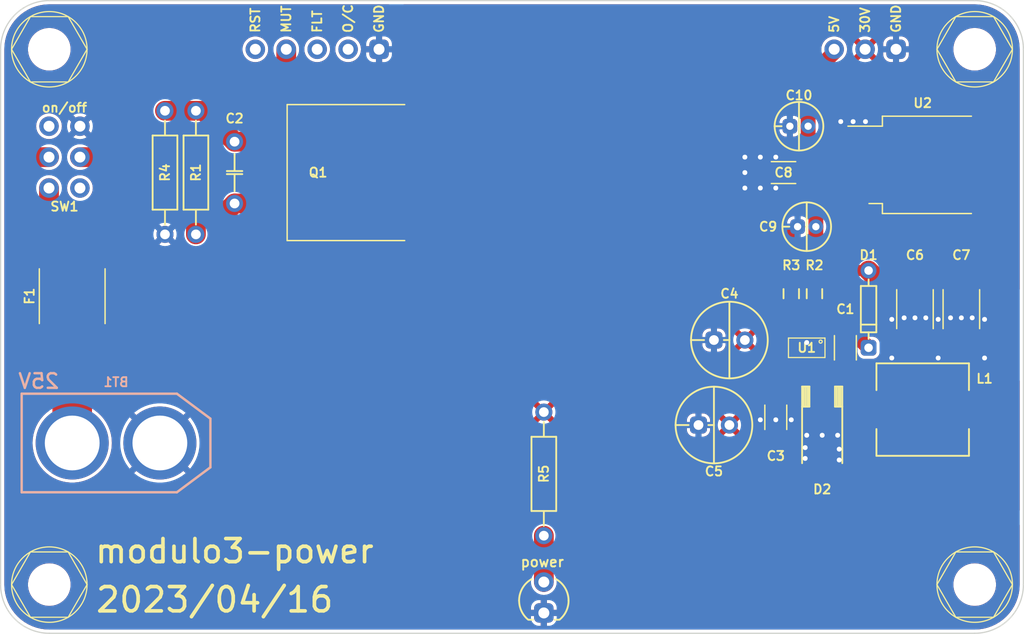
<source format=kicad_pcb>
(kicad_pcb (version 20221018) (generator pcbnew)
  (layers (0 "F.Cu" signal) (31 "B.Cu" signal) (34 "B.Paste" user) (35 "F.Paste" user) (36 "B.SilkS" user "B.Silkscreen") (37 "F.SilkS" user "F.Silkscreen") (38 "B.Mask" user) (39 "F.Mask" user) (44 "Edge.Cuts" user))
  (net 0 "")
  (net 1 "GND")
  (net 2 "Net-(BT1-+)")
  (net 3 "Net-(D2-K)")
  (net 4 "Net-(D1-K)")
  (net 5 "Net-(Q1-S)")
  (net 6 "Net-(Q1-G)")
  (net 7 "+BATT")
  (net 8 "6V8")
  (net 9 "+5V")
  (net 10 "Net-(D3-A)")
  (net 11 "Net-(F1-Pad2)")
  (net 12 "Net-(U1-VFB)")
  (net 15 "/MUTE")
  (footprint "myAmp:C_1812" (layer "F.Cu") (at 125.095 75.36 90)
    (fp_text reference "C6" (at 4.445 0 180) (layer "F.SilkS") (effects (font (size 0.75 0.75))))
    (fp_text value "10μF" hide)
    (fp_line (start -1.6 1.5) (end 1.6 1.5) (stroke (width 0.12)) (layer "F.SilkS"))
    (fp_line (start 1.6 -1.5) (end -1.6 -1.5) (stroke (width 0.12)) (layer "F.SilkS"))
    (pad "1" smd roundrect (at -2.6 0 90) (size 2.4 3) (layers "F.Cu" "F.Paste" "F.Mask") (net 1 "GND"))
    (pad "2" smd roundrect (at 2.6 0 90) (size 2.4 3) (layers "F.Cu" "F.Paste" "F.Mask") (net 8 "6V8"))
  )
  (footprint "myAmp:SW_DPDT" (layer "F.Cu") (at 55.245 62.865)
    (fp_text reference "SW1" (at 0 4.064 unlocked) (layer "F.SilkS") (effects (font (size 0.75 0.75))))
    (fp_text value "on/off" (at 0 -4.064 unlocked) (layer "F.SilkS") (effects (font (size 0.75 0.75))))
    (pad "1" thru_hole circle (at -1.27 2.54 90) (size 1.6 1.6) (drill 0.9) (layers "*.Cu" "*.Mask") (net 5 "Net-(Q1-S)"))
    (pad "2" thru_hole circle (at -1.27 0 90) (size 1.6 1.6) (drill 0.9) (layers "*.Cu" "*.Mask") (net 11 "Net-(F1-Pad2)"))
    (pad "3" thru_hole circle (at -1.27 -2.54 90) (size 1.6 1.6) (drill 0.9) (layers "*.Cu" "*.Mask"))
    (pad "4" thru_hole circle (at 1.27 2.54 90) (size 1.6 1.6) (drill 0.9) (layers "*.Cu" "*.Mask"))
    (pad "5" thru_hole circle (at 1.27 0 90) (size 1.6 1.6) (drill 0.9) (layers "*.Cu" "*.Mask") (net 15 "/MUTE"))
    (pad "6" thru_hole circle (at 1.27 -2.54 90) (size 1.6 1.6) (drill 0.9) (layers "*.Cu" "*.Mask") (net 1 "GND"))
  )
  (footprint "myAmp:R_0805" (layer "F.Cu") (at 116.84 74.09 -90)
    (fp_text reference "R2" (at -2.335 0) (layer "F.SilkS") (effects (font (size 0.75 0.75))))
    (fp_text value "75K" hide)
    (fp_line (start -0.381 -0.635) (end 0.381 -0.635) (stroke (width 0.15)) (layer "F.SilkS"))
    (fp_line (start -0.381 0.635) (end 0.381 0.635) (stroke (width 0.15)) (layer "F.SilkS"))
    (pad "1" smd roundrect (at -1 0 270) (size 1 1.3) (layers "F.Cu" "F.Paste" "F.Mask") (net 8 "6V8"))
    (pad "2" smd roundrect (at 1 0 270) (size 1 1.3) (layers "F.Cu" "F.Paste" "F.Mask") (net 12 "Net-(U1-VFB)"))
  )
  (footprint "myAmp:LED_D3.0mm" (layer "F.Cu") (at 94.615 99.06 -90)
    (fp_text reference "D3" hide)
    (fp_text value "power" (at -2.921 0.127) (layer "F.SilkS") (effects (font (size 0.8128 0.8128) (thickness 0.1524))))
    (fp_line (start 1.8288 -1.27) (end 1.8288 -0.889) (stroke (width 0.1524)) (layer "F.SilkS"))
    (fp_line (start 1.8288 1.27) (end 1.8288 0.889) (stroke (width 0.1524)) (layer "F.SilkS"))
    (fp_arc (start -1.5367 -0.95504) (mid -0.790567 -1.739997) (end 0.253025 -2.02946) (stroke (width 0.1524)) (layer "F.SilkS"))
    (fp_arc (start 0.254 -2.032) (mid 1.114367 -1.840867) (end 1.81288 -1.303426) (stroke (width 0.1524)) (layer "F.SilkS"))
    (fp_arc (start 0.254 2.032) (mid -0.76507 1.757988) (end -1.509299 1.009851) (stroke (width 0.1524)) (layer "F.SilkS"))
    (fp_arc (start 1.8034 1.31064) (mid 1.109154 1.840416) (end 0.256552 2.029387) (stroke (width 0.1524)) (layer "F.SilkS"))
    (pad "1" thru_hole roundrect (at 1.27 0 270) (size 1.6 1.6) (drill 0.9) (layers "*.Cu" "*.Mask") (net 1 "GND"))
    (pad "2" thru_hole circle (at -1.27 0 270) (size 1.6 1.6) (drill 0.9) (layers "*.Cu" "*.Mask") (net 10 "Net-(D3-A)"))
  )
  (footprint "myAmp:R_10MM" (layer "F.Cu") (at 94.615 88.9 -90)
    (fp_text reference "R5" (at 0 0 90) (layer "F.SilkS") (effects (font (size 0.75 0.75))))
    (fp_text value "4k7" hide)
    (fp_line (start -3.048 -1.016) (end -3.048 1.016) (stroke (width 0.15)) (layer "F.SilkS"))
    (fp_line (start -3.048 -1.016) (end 3.048 -1.016) (stroke (width 0.15)) (layer "F.SilkS"))
    (fp_line (start -3.048 0) (end -4.275 0) (stroke (width 0.15)) (layer "F.SilkS"))
    (fp_line (start -3.048 1.016) (end 3.048 1.016) (stroke (width 0.15)) (layer "F.SilkS"))
    (fp_line (start 3.048 -1.016) (end 3.048 1.016) (stroke (width 0.15)) (layer "F.SilkS"))
    (fp_line (start 3.048 0) (end 4.275 0) (stroke (width 0.15)) (layer "F.SilkS"))
    (pad "1" thru_hole circle (at -5.08 0 270) (size 1.4 1.4) (drill 0.8) (layers "*.Cu" "*.Mask") (net 7 "+BATT"))
    (pad "2" thru_hole circle (at 5.08 0 270) (size 1.4 1.4) (drill 0.8) (layers "*.Cu" "*.Mask") (net 10 "Net-(D3-A)"))
  )
  (footprint "myAmp:SOT-23-6" (layer "F.Cu") (at 116.205 78.535 -90)
    (fp_text reference "U1" (at 0 0 -180) (layer "F.SilkS") (effects (font (size 0.75 0.75))))
    (fp_text value "MCP16331" hide)
    (fp_line (start -0.8 -1.5) (end 0.8 -1.5) (stroke (width 0.1)) (layer "F.SilkS"))
    (fp_line (start -0.8 1.5) (end -0.8 -1.5) (stroke (width 0.1)) (layer "F.SilkS"))
    (fp_line (start 0.8 -1.5) (end 0.8 1.5) (stroke (width 0.1)) (layer "F.SilkS"))
    (fp_line (start 0.8 1.5) (end -0.8 1.5) (stroke (width 0.1)) (layer "F.SilkS"))
    (fp_circle (center -0.508 -1.143) (end -0.381 -1.143) (stroke (width 0.1)) (fill none) (layer "F.SilkS"))
    (pad "1" smd roundrect (at -1.4 -0.95 180) (size 0.6 1) (layers "F.Cu" "F.Paste" "F.Mask") (net 4 "Net-(D1-K)"))
    (pad "2" smd roundrect (at -1.4 0 180) (size 0.6 1) (layers "F.Cu" "F.Paste" "F.Mask") (net 1 "GND"))
    (pad "3" smd roundrect (at -1.4 0.947798 180) (size 0.6 1) (layers "F.Cu" "F.Paste" "F.Mask") (net 12 "Net-(U1-VFB)"))
    (pad "4" smd roundrect (at 1.4 0.95 180) (size 0.6 1) (layers "F.Cu" "F.Paste" "F.Mask"))
    (pad "5" smd roundrect (at 1.4 0 180) (size 0.6 1) (layers "F.Cu" "F.Paste" "F.Mask") (net 7 "+BATT"))
    (pad "6" smd roundrect (at 1.4 -0.95 180) (size 0.6 1) (layers "F.Cu" "F.Paste" "F.Mask") (net 3 "Net-(D2-K)"))
  )
  (footprint "myAmp:CPOL_D4_P1.5" (layer "F.Cu") (at 116.205 68.58 180)
    (fp_text reference "C9" (at 3.175 0 180) (layer "F.SilkS") (effects (font (size 0.75 0.75))))
    (fp_text value "10μF" hide)
    (fp_line (start 0 -2) (end 0 2) (stroke (width 0.15)) (layer "F.SilkS"))
    (fp_line (start 0 0) (end 0.07 0) (stroke (width 0.15)) (layer "F.SilkS"))
    (fp_line (start 2 0) (end 1.43 0) (stroke (width 0.15)) (layer "F.SilkS"))
    (fp_circle (center 0 0) (end 2 0) (stroke (width 0.15)) (fill none) (layer "F.SilkS"))
    (pad "1" thru_hole circle (at -0.75 0 180) (size 1.2 1.2) (drill 0.6) (layers "*.Cu" "*.Mask") (net 8 "6V8"))
    (pad "2" thru_hole roundrect (at 0.75 0 180) (size 1.2 1.2) (drill 0.6) (layers "*.Cu" "*.Mask") (net 1 "GND"))
  )
  (footprint "myAmp:MountingHole" (layer "F.Cu") (at 54 54)
    (fp_text reference "J1" hide)
    (fp_text value "HOLE" hide)
    (fp_line (start -3.1 0) (end -1.55 2.684) (stroke (width 0.1)) (layer "F.SilkS"))
    (fp_line (start -1.55 -2.684) (end -3.1 0) (stroke (width 0.1)) (layer "F.SilkS"))
    (fp_line (start -1.55 2.684) (end 1.55 2.684) (stroke (width 0.1)) (layer "F.SilkS"))
    (fp_line (start 1.55 -2.684) (end -1.55 -2.684) (stroke (width 0.1)) (layer "F.SilkS"))
    (fp_line (start 1.55 2.684) (end 3.1 0) (stroke (width 0.1)) (layer "F.SilkS"))
    (fp_line (start 3.1 0) (end 1.55 -2.684) (stroke (width 0.1)) (layer "F.SilkS"))
    (fp_circle (center 0 0) (end 3.1 0) (stroke (width 0.1)) (fill none) (layer "F.SilkS"))
    (pad "" np_thru_hole circle (at 0 0) (size 3 3) (drill 3) (layers "F&B.Cu" "*.Mask"))
  )
  (footprint "myAmp:MF-LSMF" (layer "F.Cu") (at 55.88 74.295 90)
    (fp_text reference "F1" (at 0 -3.5 90 unlocked) (layer "F.SilkS") (effects (font (size 0.75 0.75))))
    (fp_text value "2A" hide)
    (fp_line (start -2.25 2.7) (end 2.25 2.7) (stroke (width 0.12)) (layer "F.SilkS"))
    (fp_line (start 2.25 -2.7) (end -2.25 -2.7) (stroke (width 0.12)) (layer "F.SilkS"))
    (pad "1" smd roundrect (at -3.8 0 90) (size 3 5.5) (layers "F.Cu" "F.Paste" "F.Mask") (net 2 "Net-(BT1-+)"))
    (pad "2" smd roundrect (at 3.8 0 90) (size 3 5.5) (layers "F.Cu" "F.Paste" "F.Mask") (net 11 "Net-(F1-Pad2)"))
  )
  (footprint "myAmp:AMPCTRL" (layer "F.Cu") (at 76 54)
    (fp_text reference "U4" hide)
    (fp_text value "AMPCTRL" hide)
    (fp_text user "O/C" (at 2.54 -1.27 90 unlocked) (layer "F.SilkS") (effects (font (size 0.75 0.75)) (justify left)))
    (fp_text user "RST" (at -5.08 -1.27 90 unlocked) (layer "F.SilkS") (effects (font (size 0.75 0.75)) (justify left)))
    (fp_text user "FLT" (at 0 -1.27 90 unlocked) (layer "F.SilkS") (effects (font (size 0.75 0.75)) (justify left)))
    (fp_text user "GND" (at 5.08 -1.27 90 unlocked) (layer "F.SilkS") (effects (font (size 0.75 0.75)) (justify left)))
    (fp_text user "MUT" (at -2.54 -1.27 90 unlocked) (layer "F.SilkS") (effects (font (size 0.75 0.75)) (justify left)))
    (pad "1" thru_hole roundrect (at 5.08 0) (size 1.6 1.6) (drill 0.9) (layers "*.Cu" "*.Mask") (net 1 "GND"))
    (pad "2" thru_hole circle (at -5.08 0) (size 1.6 1.6) (drill 0.9) (layers "*.Cu" "*.Mask"))
    (pad "3" thru_hole circle (at -2.54 0) (size 1.6 1.6) (drill 0.9) (layers "*.Cu" "*.Mask") (net 15 "/MUTE"))
    (pad "4" thru_hole circle (at 0 0) (size 1.6 1.6) (drill 0.9) (layers "*.Cu" "*.Mask"))
    (pad "5" thru_hole circle (at 2.54 0) (size 1.6 1.6) (drill 0.9) (layers "*.Cu" "*.Mask"))
  )
  (footprint "myAmp:DO35" (layer "F.Cu") (at 121.285 75.36 90)
    (fp_text reference "D1" (at 4.445 0 180) (layer "F.SilkS") (effects (font (size 0.75 0.75))))
    (fp_text value "1N4148" hide)
    (fp_line (start -1.905 -0.635) (end -1.905 0.635) (stroke (width 0.15)) (layer "F.SilkS"))
    (fp_line (start -1.905 0) (end -2.4384 0) (stroke (width 0.15)) (layer "F.SilkS"))
    (fp_line (start -1.905 0.635) (end 1.905 0.635) (stroke (width 0.15)) (layer "F.SilkS"))
    (fp_line (start -1.27 -0.635) (end -1.27 0.635) (stroke (width 0.15)) (layer "F.SilkS"))
    (fp_line (start 1.905 -0.635) (end -1.905 -0.635) (stroke (width 0.15)) (layer "F.SilkS"))
    (fp_line (start 1.905 0) (end 2.4384 0) (stroke (width 0.15)) (layer "F.SilkS"))
    (fp_line (start 1.905 0.635) (end 1.905 -0.635) (stroke (width 0.15)) (layer "F.SilkS"))
    (pad "1" thru_hole roundrect (at -3.175 0 90) (size 1.3 1.3) (drill 0.7) (layers "*.Cu" "*.Mask") (net 4 "Net-(D1-K)"))
    (pad "2" thru_hole circle (at 3.175 0 90) (size 1.3 1.3) (drill 0.7) (layers "*.Cu" "*.Mask") (net 8 "6V8"))
  )
  (footprint "myAmp:R_10MM" (layer "F.Cu") (at 63.5 64.135 -90)
    (fp_text reference "R4" (at 0 0 90) (layer "F.SilkS") (effects (font (size 0.75 0.75))))
    (fp_text value "1M" hide)
    (fp_line (start -3.048 -1.016) (end -3.048 1.016) (stroke (width 0.15)) (layer "F.SilkS"))
    (fp_line (start -3.048 -1.016) (end 3.048 -1.016) (stroke (width 0.15)) (layer "F.SilkS"))
    (fp_line (start -3.048 0) (end -4.275 0) (stroke (width 0.15)) (layer "F.SilkS"))
    (fp_line (start -3.048 1.016) (end 3.048 1.016) (stroke (width 0.15)) (layer "F.SilkS"))
    (fp_line (start 3.048 -1.016) (end 3.048 1.016) (stroke (width 0.15)) (layer "F.SilkS"))
    (fp_line (start 3.048 0) (end 4.275 0) (stroke (width 0.15)) (layer "F.SilkS"))
    (pad "1" thru_hole circle (at -5.08 0 270) (size 1.4 1.4) (drill 0.8) (layers "*.Cu" "*.Mask") (net 6 "Net-(Q1-G)"))
    (pad "2" thru_hole circle (at 5.08 0 270) (size 1.4 1.4) (drill 0.8) (layers "*.Cu" "*.Mask") (net 1 "GND"))
  )
  (footprint "myAmp:MountingHole" (layer "F.Cu") (at 130 54)
    (fp_text reference "J2" hide)
    (fp_text value "HOLE" hide)
    (fp_line (start -3.1 0) (end -1.55 2.684) (stroke (width 0.1)) (layer "F.SilkS"))
    (fp_line (start -1.55 -2.684) (end -3.1 0) (stroke (width 0.1)) (layer "F.SilkS"))
    (fp_line (start -1.55 2.684) (end 1.55 2.684) (stroke (width 0.1)) (layer "F.SilkS"))
    (fp_line (start 1.55 -2.684) (end -1.55 -2.684) (stroke (width 0.1)) (layer "F.SilkS"))
    (fp_line (start 1.55 2.684) (end 3.1 0) (stroke (width 0.1)) (layer "F.SilkS"))
    (fp_line (start 3.1 0) (end 1.55 -2.684) (stroke (width 0.1)) (layer "F.SilkS"))
    (fp_circle (center 0 0) (end 3.1 0) (stroke (width 0.1)) (fill none) (layer "F.SilkS"))
    (pad "" np_thru_hole circle (at 0 0) (size 3 3) (drill 3) (layers "F&B.Cu" "*.Mask"))
  )
  (footprint "myAmp:CPOL_D6.3_P2.5" (layer "F.Cu") (at 108.585 84.885 180)
    (fp_text reference "C5" (at 0 -3.81 180) (layer "F.SilkS") (effects (font (size 0.75 0.75))))
    (fp_text value "20μF")
    (fp_line (start 0 -3.15) (end 0 3.15) (stroke (width 0.15)) (layer "F.SilkS"))
    (fp_line (start 0 0) (end 0.4572 0) (stroke (width 0.15)) (layer "F.SilkS"))
    (fp_line (start 3.15 0) (end 2.0828 0) (stroke (width 0.15)) (layer "F.SilkS"))
    (fp_circle (center 0 0) (end 3.15 0) (stroke (width 0.15)) (fill none) (layer "F.SilkS"))
    (pad "1" thru_hole circle (at -1.27 0 180) (size 1.4 1.4) (drill 0.8) (layers "*.Cu" "*.Mask") (net 7 "+BATT"))
    (pad "2" thru_hole roundrect (at 1.27 0 180) (size 1.4 1.4) (drill 0.8) (layers "*.Cu" "*.Mask") (net 1 "GND"))
  )
  (footprint "myAmp:C_1812" (layer "F.Cu") (at 128.905 75.36 90)
    (fp_text reference "C7" (at 4.445 0 180) (layer "F.SilkS") (effects (font (size 0.75 0.75))))
    (fp_text value "10μF" hide)
    (fp_line (start -1.6 1.5) (end 1.6 1.5) (stroke (width 0.12)) (layer "F.SilkS"))
    (fp_line (start 1.6 -1.5) (end -1.6 -1.5) (stroke (width 0.12)) (layer "F.SilkS"))
    (pad "1" smd roundrect (at -2.6 0 90) (size 2.4 3) (layers "F.Cu" "F.Paste" "F.Mask") (net 1 "GND"))
    (pad "2" smd roundrect (at 2.6 0 90) (size 2.4 3) (layers "F.Cu" "F.Paste" "F.Mask") (net 8 "6V8"))
  )
  (footprint "myAmp:COIL_DER0705" (layer "F.Cu") (at 125.73 83.615)
    (fp_text reference "L1" (at 5.08 -2.54) (layer "F.SilkS") (effects (font (size 0.75 0.75))))
    (fp_text value "27μH")
    (fp_line (start -3.8 -3.8) (end -3.8 -1.6) (stroke (width 0.15)) (layer "F.SilkS"))
    (fp_line (start -3.8 -3.8) (end 3.8 -3.8) (stroke (width 0.15)) (layer "F.SilkS"))
    (fp_line (start -3.8 3.8) (end -3.8 1.6) (stroke (width 0.15)) (layer "F.SilkS"))
    (fp_line (start -3.8 3.8) (end 3.8 3.8) (stroke (width 0.15)) (layer "F.SilkS"))
    (fp_line (start 3.8 -3.8) (end 3.8 -1.6) (stroke (width 0.15)) (layer "F.SilkS"))
    (fp_line (start 3.8 3.8) (end 3.8 1.6) (stroke (width 0.15)) (layer "F.SilkS"))
    (pad "1" smd roundrect (at -3.8 0) (size 3 3) (layers "F.Cu" "F.Paste" "F.Mask") (net 3 "Net-(D2-K)"))
    (pad "2" smd roundrect (at 3.8 0) (size 3 3) (layers "F.Cu" "F.Paste" "F.Mask") (net 8 "6V8"))
  )
  (footprint "myAmp:CPOL_D4_P1.5" (layer "F.Cu") (at 115.57 60.325 180)
    (fp_text reference "C10" (at 0 2.54 180) (layer "F.SilkS") (effects (font (size 0.75 0.75))))
    (fp_text value "47μF" hide)
    (fp_line (start 0 -2) (end 0 2) (stroke (width 0.15)) (layer "F.SilkS"))
    (fp_line (start 0 0) (end 0.07 0) (stroke (width 0.15)) (layer "F.SilkS"))
    (fp_line (start 2 0) (end 1.43 0) (stroke (width 0.15)) (layer "F.SilkS"))
    (fp_circle (center 0 0) (end 2 0) (stroke (width 0.15)) (fill none) (layer "F.SilkS"))
    (pad "1" thru_hole circle (at -0.75 0 180) (size 1.2 1.2) (drill 0.6) (layers "*.Cu" "*.Mask") (net 9 "+5V"))
    (pad "2" thru_hole roundrect (at 0.75 0 180) (size 1.2 1.2) (drill 0.6) (layers "*.Cu" "*.Mask") (net 1 "GND"))
  )
  (footprint "myAmp:C_1206" (layer "F.Cu") (at 114.3 64.135)
    (fp_text reference "C8" (at 0 0 180) (layer "F.SilkS") (effects (font (size 0.75 0.75))))
    (fp_text value "100nF" hide)
    (fp_line (start -1 -0.9) (end 1 -0.9) (stroke (width 0.12)) (layer "F.SilkS"))
    (fp_line (start -1 0.9) (end 1 0.9) (stroke (width 0.12)) (layer "F.SilkS"))
    (pad "1" smd roundrect (at -1.7 0) (size 1.425 1.75) (layers "F.Cu" "F.Paste" "F.Mask") (roundrect_rratio 0.175) (net 1 "GND"))
    (pad "2" smd roundrect (at 1.7 0) (size 1.425 1.75) (layers "F.Cu" "F.Paste" "F.Mask") (roundrect_rratio 0.175) (net 8 "6V8"))
  )
  (footprint "myAmp:C_1206" (layer "F.Cu") (at 119.38 78.535 90)
    (fp_text reference "C1" (at 3.175 0 180) (layer "F.SilkS") (effects (font (size 0.75 0.75))))
    (fp_text value "100nF" hide)
    (fp_line (start -1 -0.9) (end 1 -0.9) (stroke (width 0.12)) (layer "F.SilkS"))
    (fp_line (start -1 0.9) (end 1 0.9) (stroke (width 0.12)) (layer "F.SilkS"))
    (pad "1" smd roundrect (at -1.7 0 90) (size 1.425 1.75) (layers "F.Cu" "F.Paste" "F.Mask") (roundrect_rratio 0.175) (net 3 "Net-(D2-K)"))
    (pad "2" smd roundrect (at 1.7 0 90) (size 1.425 1.75) (layers "F.Cu" "F.Paste" "F.Mask") (roundrect_rratio 0.175) (net 4 "Net-(D1-K)"))
  )
  (footprint "myAmp:MountingHole" (layer "F.Cu") (at 54 98)
    (fp_text reference "J3" hide)
    (fp_text value "HOLE" hide)
    (fp_line (start -3.1 0) (end -1.55 2.684) (stroke (width 0.1)) (layer "F.SilkS"))
    (fp_line (start -1.55 -2.684) (end -3.1 0) (stroke (width 0.1)) (layer "F.SilkS"))
    (fp_line (start -1.55 2.684) (end 1.55 2.684) (stroke (width 0.1)) (layer "F.SilkS"))
    (fp_line (start 1.55 -2.684) (end -1.55 -2.684) (stroke (width 0.1)) (layer "F.SilkS"))
    (fp_line (start 1.55 2.684) (end 3.1 0) (stroke (width 0.1)) (layer "F.SilkS"))
    (fp_line (start 3.1 0) (end 1.55 -2.684) (stroke (width 0.1)) (layer "F.SilkS"))
    (fp_circle (center 0 0) (end 3.1 0) (stroke (width 0.1)) (fill none) (layer "F.SilkS"))
    (pad "" np_thru_hole circle (at 0 0) (size 3 3) (drill 3) (layers "F&B.Cu" "*.Mask"))
  )
  (footprint "myAmp:R_10MM" (layer "F.Cu") (at 66.04 64.135 -90)
    (fp_text reference "R1" (at 0 0 90) (layer "F.SilkS") (effects (font (size 0.75 0.75))))
    (fp_text value "470k" hide)
    (fp_line (start -3.048 -1.016) (end -3.048 1.016) (stroke (width 0.15)) (layer "F.SilkS"))
    (fp_line (start -3.048 -1.016) (end 3.048 -1.016) (stroke (width 0.15)) (layer "F.SilkS"))
    (fp_line (start -3.048 0) (end -4.275 0) (stroke (width 0.15)) (layer "F.SilkS"))
    (fp_line (start -3.048 1.016) (end 3.048 1.016) (stroke (width 0.15)) (layer "F.SilkS"))
    (fp_line (start 3.048 -1.016) (end 3.048 1.016) (stroke (width 0.15)) (layer "F.SilkS"))
    (fp_line (start 3.048 0) (end 4.275 0) (stroke (width 0.15)) (layer "F.SilkS"))
    (pad "1" thru_hole circle (at -5.08 0 270) (size 1.4 1.4) (drill 0.8) (layers "*.Cu" "*.Mask") (net 6 "Net-(Q1-G)"))
    (pad "2" thru_hole circle (at 5.08 0 270) (size 1.4 1.4) (drill 0.8) (layers "*.Cu" "*.Mask") (net 5 "Net-(Q1-S)"))
  )
  (footprint "myAmp:D_SMA" (layer "F.Cu") (at 117.475 85.52 -90)
    (fp_text reference "D2" (at 4.65 0 -180) (layer "F.SilkS") (effects (font (size 0.75 0.75))))
    (fp_text value "SS18A" hide)
    (fp_line (start -3.8 -1.65) (end -3.8 -1.05) (stroke (width 0.15)) (layer "F.SilkS"))
    (fp_line (start -3.8 -1.65) (end 2.5 -1.65) (stroke (width 0.15)) (layer "F.SilkS"))
    (fp_line (start -3.8 -1.5) (end -2.15 -1.5) (stroke (width 0.15)) (layer "F.SilkS"))
    (fp_line (start -3.8 -1.35) (end -2.15 -1.35) (stroke (width 0.15)) (layer "F.SilkS"))
    (fp_line (start -3.8 -1.2) (end -2.15 -1.2) (stroke (width 0.15)) (layer "F.SilkS"))
    (fp_line (start -3.8 -1.05) (end -2.15 -1.05) (stroke (width 0.15)) (layer "F.SilkS"))
    (fp_line (start -3.8 1.05) (end -3.8 1.65) (stroke (width 0.15)) (layer "F.SilkS"))
    (fp_line (start -3.8 1.05) (end -2.15 1.05) (stroke (width 0.15)) (layer "F.SilkS"))
    (fp_line (start -3.8 1.35) (end -2.15 1.35) (stroke (width 0.15)) (layer "F.SilkS"))
    (fp_line (start -3.8 1.65) (end 2.5 1.65) (stroke (width 0.15)) (layer "F.SilkS"))
    (fp_line (start -2.15 -1.65) (end -2.15 -1.05) (stroke (width 0.15)) (layer "F.SilkS"))
    (fp_line (start -2.15 1.05) (end -2.15 1.65) (stroke (width 0.15)) (layer "F.SilkS"))
    (fp_line (start -2.15 1.2) (end -3.8 1.2) (stroke (width 0.15)) (layer "F.SilkS"))
    (fp_line (start -2.15 1.5) (end -3.8 1.5) (stroke (width 0.15)) (layer "F.SilkS"))
    (pad "1" smd roundrect (at -2.3 0 270) (size 3.1 1.8) (layers "F.Cu" "F.Paste" "F.Mask") (net 3 "Net-(D2-K)"))
    (pad "2" smd roundrect (at 2.3 0 270) (size 3.1 1.8) (layers "F.Cu" "F.Paste" "F.Mask") (net 1 "GND"))
  )
  (footprint "myAmp:TO-252-3" (layer "F.Cu") (at 125.73 63.5)
    (fp_text reference "U2" (at 0 -5.08 180) (layer "F.SilkS") (effects (font (size 0.75 0.75))))
    (fp_text value "LM1117-5.0" hide)
    (fp_line (start -3.31 -4) (end -3.31 -3.18) (stroke (width 0.12)) (layer "F.SilkS"))
    (fp_line (start -3.31 -3.18) (end -6.14 -3.18) (stroke (width 0.12)) (layer "F.SilkS"))
    (fp_line (start -3.31 3.18) (end -4.41 3.18) (stroke (width 0.12)) (layer "F.SilkS"))
    (fp_line (start -3.31 4) (end -3.31 3.18) (stroke (width 0.12)) (layer "F.SilkS"))
    (fp_line (start 4 -4) (end -3.31 -4) (stroke (width 0.12)) (layer "F.SilkS"))
    (fp_line (start 4 4) (end -3.31 4) (stroke (width 0.12)) (layer "F.SilkS"))
    (pad "1" smd roundrect (at -5.6 -2.28) (size 2.8 1.5) (layers "F.Cu" "F.Paste" "F.Mask") (roundrect_rratio 0.208333) (net 1 "GND"))
    (pad "2" smd roundrect (at -5.6 0) (size 2.8 1.5) (layers "F.Cu" "F.Paste" "F.Mask") (roundrect_rratio 0.208333) (net 9 "+5V"))
    (pad "2" smd roundrect (at 2.115 0) (size 6.77 7.62) (layers "F.Cu" "F.Paste" "F.Mask") (roundrect_rratio 0.208333) (net 9 "+5V"))
    (pad "3" smd roundrect (at -5.6 2.28) (size 2.8 1.5) (layers "F.Cu" "F.Paste" "F.Mask") (roundrect_rratio 0.208333) (net 8 "6V8"))
  )
  (footprint "myAmp:CPOL_D6.3_P2.5" (layer "F.Cu") (at 109.855 77.9 180)
    (fp_text reference "C4" (at 0 3.81 180) (layer "F.SilkS") (effects (font (size 0.75 0.75))))
    (fp_text value "20μF")
    (fp_line (start 0 -3.15) (end 0 3.15) (stroke (width 0.15)) (layer "F.SilkS"))
    (fp_line (start 0 0) (end 0.4572 0) (stroke (width 0.15)) (layer "F.SilkS"))
    (fp_line (start 3.15 0) (end 2.0828 0) (stroke (width 0.15)) (layer "F.SilkS"))
    (fp_circle (center 0 0) (end 3.15 0) (stroke (width 0.15)) (fill none) (layer "F.SilkS"))
    (pad "1" thru_hole circle (at -1.27 0 180) (size 1.4 1.4) (drill 0.8) (layers "*.Cu" "*.Mask") (net 7 "+BATT"))
    (pad "2" thru_hole roundrect (at 1.27 0 180) (size 1.4 1.4) (drill 0.8) (layers "*.Cu" "*.Mask") (net 1 "GND"))
  )
  (footprint "myAmp:D2PAK" (layer "F.Cu") (at 83.185 64.135 -90)
    (fp_text reference "Q1" (at 0 7.112 unlocked) (layer "F.SilkS") (effects (font (size 0.75 0.75))))
    (fp_text value "IRF4905SPBF" hide)
    (fp_line (start -5.588 0) (end -5.588 9.652) (stroke (width 0.12)) (layer "F.SilkS"))
    (fp_line (start -5.588 9.652) (end 5.588 9.652) (stroke (width 0.12)) (layer "F.SilkS"))
    (fp_line (start 5.588 9.652) (end 5.588 0) (stroke (width 0.12)) (layer "F.SilkS"))
    (pad "1" smd roundrect (at -2.54 6.985 270) (size 2.0828 3.81) (layers "F.Cu" "F.Paste" "F.Mask") (net 6 "Net-(Q1-G)"))
    (pad "2" smd roundrect (at 0 -5.08 270) (size 11.43 10.16) (layers "F.Cu" "F.Paste" "F.Mask") (net 7 "+BATT"))
    (pad "3" smd roundrect (at 2.54 6.985 270) (size 2.0828 3.81) (layers "F.Cu" "F.Paste" "F.Mask") (net 5 "Net-(Q1-S)"))
  )
  (footprint "myAmp:C_5.0MM" (layer "F.Cu") (at 69.215 64.135 90)
    (fp_text reference "C2" (at 4.445 0 180) (layer "F.SilkS") (effects (font (size 0.75 0.75))))
    (fp_text value "330n" hide)
    (fp_line (start -0.127 -0.635) (end -0.127 0.635) (stroke (width 0.15)) (layer "F.SilkS"))
    (fp_line (start -0.127 0) (end -1.524 0) (stroke (width 0.15)) (layer "F.SilkS"))
    (fp_line (start 0.127 0) (end 1.524 0) (stroke (width 0.15)) (layer "F.SilkS"))
    (fp_line (start 0.127 0.635) (end 0.127 -0.635) (stroke (width 0.15)) (layer "F.SilkS"))
    (pad "1" thru_hole circle (at -2.54 0 90) (size 1.4 1.4) (drill 0.8) (layers "*.Cu" "*.Mask") (net 5 "Net-(Q1-S)"))
    (pad "2" thru_hole circle (at 2.54 0 90) (size 1.4 1.4) (drill 0.8) (layers "*.Cu" "*.Mask") (net 6 "Net-(Q1-G)"))
  )
  (footprint "myAmp:PWR_CONN" (layer "F.Cu") (at 121 54)
    (fp_text reference "U3" hide)
    (fp_text value "PWR_CONN" hide)
    (fp_text user "30V" (at 0 -1.27 90 unlocked) (layer "F.SilkS") (effects (font (size 0.75 0.75)) (justify left)))
    (fp_text user "GND" (at 2.54 -1.27 90 unlocked) (layer "F.SilkS") (effects (font (size 0.75 0.75)) (justify left)))
    (fp_text user "5V" (at -2.54 -1.27 90 unlocked) (layer "F.SilkS") (effects (font (size 0.75 0.75)) (justify left)))
    (pad "1" thru_hole roundrect (at 2.54 0 180) (size 1.6 1.6) (drill 0.9) (layers "*.Cu" "*.Mask") (net 1 "GND"))
    (pad "2" thru_hole circle (at 0 0 180) (size 1.6 1.6) (drill 0.9) (layers "*.Cu" "*.Mask") (net 7 "+BATT"))
    (pad "3" thru_hole circle (at -2.54 0 180) (size 1.6 1.6) (drill 0.9) (layers "*.Cu" "*.Mask") (net 9 "+5V"))
  )
  (footprint "myAmp:MountingHole" (layer "F.Cu") (at 130 98)
    (fp_text reference "J4" hide)
    (fp_text value "HOLE" hide)
    (fp_line (start -3.1 0) (end -1.55 2.684) (stroke (width 0.1)) (layer "F.SilkS"))
    (fp_line (start -1.55 -2.684) (end -3.1 0) (stroke (width 0.1)) (layer "F.SilkS"))
    (fp_line (start -1.55 2.684) (end 1.55 2.684) (stroke (width 0.1)) (layer "F.SilkS"))
    (fp_line (start 1.55 -2.684) (end -1.55 -2.684) (stroke (width 0.1)) (layer "F.SilkS"))
    (fp_line (start 1.55 2.684) (end 3.1 0) (stroke (width 0.1)) (layer "F.SilkS"))
    (fp_line (start 3.1 0) (end 1.55 -2.684) (stroke (width 0.1)) (layer "F.SilkS"))
    (fp_circle (center 0 0) (end 3.1 0) (stroke (width 0.1)) (fill none) (layer "F.SilkS"))
    (pad "" np_thru_hole circle (at 0 0) (size 3 3) (drill 3) (layers "F&B.Cu" "*.Mask"))
  )
  (footprint "myAmp:R_0805" (layer "F.Cu") (at 114.935 74.09 90)
    (fp_text reference "R3" (at 2.335 0 180) (layer "F.SilkS") (effects (font (size 0.75 0.75))))
    (fp_text value "10K" hide)
    (fp_line (start -0.381 -0.635) (end 0.381 -0.635) (stroke (width 0.15)) (layer "F.SilkS"))
    (fp_line (start -0.381 0.635) (end 0.381 0.635) (stroke (width 0.15)) (layer "F.SilkS"))
    (pad "1" smd roundrect (at -1 0 90) (size 1 1.3) (layers "F.Cu" "F.Paste" "F.Mask") (net 12 "Net-(U1-VFB)"))
    (pad "2" smd roundrect (at 1 0 90) (size 1 1.3) (layers "F.Cu" "F.Paste" "F.Mask") (net 1 "GND"))
  )
  (footprint "myAmp:C_1206" (layer "F.Cu") (at 113.665 84.25 90)
    (fp_text reference "C3" (at -3.175 0 180) (layer "F.SilkS") (effects (font (size 0.75 0.75))))
    (fp_text value "100nF" hide)
    (fp_line (start -1 -0.9) (end 1 -0.9) (stroke (width 0.12)) (layer "F.SilkS"))
    (fp_line (start -1 0.9) (end 1 0.9) (stroke (width 0.12)) (layer "F.SilkS"))
    (pad "1" smd roundrect (at -1.7 0 90) (size 1.425 1.75) (layers "F.Cu" "F.Paste" "F.Mask") (roundrect_rratio 0.175) (net 1 "GND"))
    (pad "2" smd roundrect (at 1.7 0 90) (size 1.425 1.75) (layers "F.Cu" "F.Paste" "F.Mask") (roundrect_rratio 0.175) (net 7 "+BATT"))
  )
  (footprint "myAmp:XT60-M" (layer "B.Cu") (at 59.48 86.36 180)
    (fp_text reference "BT1" (at 0 5) (layer "B.SilkS") (effects (font (size 0.75 0.75)) (justify mirror)))
    (fp_text value "25V" (at 6.35 5.08) (layer "B.SilkS") (effects (font (size 1.2 1.2) (thickness 0.2)) (justify mirror)))
    (fp_line (start -7.75 -2) (end -5 -4.05) (stroke (width 0.2)) (layer "B.SilkS"))
    (fp_line (start -7.75 2) (end -7.75 -2) (stroke (width 0.2)) (layer "B.SilkS"))
    (fp_line (start -5 -4.05) (end 7.75 -4.05) (stroke (width 0.2)) (layer "B.SilkS"))
    (fp_line (start -5 4.05) (end -7.75 2) (stroke (width 0.2)) (layer "B.SilkS"))
    (fp_line (start -5 4.05) (end 7.75 4.05) (stroke (width 0.2)) (layer "B.SilkS"))
    (fp_line (start 7.75 4.05) (end 7.75 -4.05) (stroke (width 0.2)) (layer "B.SilkS"))
    (pad "1" thru_hole circle (at 3.6 0 180) (size 6 6) (drill 4.5) (layers "*.Cu" "*.Mask") (net 2 "Net-(BT1-+)"))
    (pad "2" thru_hole circle (at -3.6 0 180) (size 6 6) (drill 4.5) (layers "*.Cu" "*.Mask") (net 1 "GND"))
  )
  (gr_line (start 130 50) (end 54 50) (stroke (width 0.1)) (layer "Edge.Cuts"))
  (gr_line (start 134 98) (end 134 54) (stroke (width 0.1)) (layer "Edge.Cuts"))
  (gr_line (start 54 102) (end 130 102) (stroke (width 0.1)) (layer "Edge.Cuts"))
  (gr_arc (start 130 50) (mid 132.828427 51.171573) (end 134 54) (stroke (width 0.1)) (layer "Edge.Cuts"))
  (gr_arc (start 54 102) (mid 51.171573 100.828427) (end 50 98) (stroke (width 0.1)) (layer "Edge.Cuts"))
  (gr_arc (start 134 98) (mid 132.828427 100.828427) (end 130 102) (stroke (width 0.1)) (layer "Edge.Cuts"))
  (gr_line (start 50 54) (end 50 98) (stroke (width 0.1)) (layer "Edge.Cuts"))
  (gr_arc (start 50 54) (mid 51.171573 51.171573) (end 54 50) (stroke (width 0.1)) (layer "Edge.Cuts"))
  (gr_text "2023/04/16" (at 67.58 99.25) (layer "F.SilkS") (effects (font (size 2 2) (thickness 0.3))))
  (gr_text "modulo3-power" (at 69.215 95.25) (layer "F.SilkS") (effects (font (size 1.9 1.9) (thickness 0.3))))
  (segment (start 111.125 62.865) (end 113.665 62.865) (width 0.9144) (layer "F.Cu") (net 1))
  (segment (start 117.475 86.36) (end 117.475 87.82) (width 0.9144) (layer "F.Cu") (net 1))
  (segment (start 112.6 64.34) (end 113.665 65.405) (width 0.9144) (layer "F.Cu") (net 1))
  (segment (start 117.475 85.725) (end 117.094 85.725) (width 0.9144) (layer "F.Cu") (net 1))
  (segment (start 114.935 84.455) (end 114.935 84.68) (width 0.9144) (layer "F.Cu") (net 1))
  (segment (start 111.76 64.77) (end 111.76 64.135) (width 0.9144) (layer "F.Cu") (net 1))
  (segment (start 123.19 76.2) (end 123.825 76.2) (width 1.2192) (layer "F.Cu") (net 1))
  (segment (start 116.078 87.63) (end 118.745 87.63) (width 0.9144) (layer "F.Cu") (net 1))
  (segment (start 118.745 85.725) (end 118.745 87.63) (width 0.9144) (layer "F.Cu") (net 1))
  (segment (start 117.094 85.725) (end 116.078 86.741) (width 0.9144) (layer "F.Cu") (net 1))
  (segment (start 111.125 65.405) (end 111.76 64.77) (width 0.9144) (layer "F.Cu") (net 1))
  (segment (start 111.125 65.405) (end 111.125 62.865) (width 0.9144) (layer "F.Cu") (net 1))
  (segment (start 117.475 85.725) (end 117.475 86.36) (width 0.9144) (layer "F.Cu") (net 1))
  (segment (start 118.745 87.63) (end 118.872 87.757) (width 0.9144) (layer "F.Cu") (net 1))
  (segment (start 116.205 77.135) (end 116.205 78.105) (width 0.6096) (layer "F.Cu") (net 1))
  (segment (start 116.078 87.63) (end 116.078 86.741) (width 0.9144) (layer "F.Cu") (net 1))
  (segment (start 118.745 85.725) (end 118.11 86.36) (width 0.9144) (layer "F.Cu") (net 1))
  (segment (start 117.856 86.741) (end 118.745 87.63) (width 0.9144) (layer "F.Cu") (net 1))
  (segment (start 116.205 85.725) (end 117.475 85.725) (width 0.9144) (layer "F.Cu") (net 1))
  (segment (start 120.015 61.105) (end 120.13 61.22) (width 0.9144) (layer "F.Cu") (net 1))
  (segment (start 112.6 63.93) (end 113.665 62.865) (width 0.9144) (layer "F.Cu") (net 1))
  (segment (start 111.33 62.865) (end 112.6 64.135) (width 0.9144) (layer "F.Cu") (net 1))
  (segment (start 112.6 64.135) (end 112.6 64.34) (width 0.9144) (layer "F.Cu") (net 1))
  (segment (start 130.175 79.375) (end 127 76.2) (width 1.2192) (layer "F.Cu") (net 1))
  (segment (start 126.365 76.2) (end 123.19 79.375) (width 1.2192) (layer "F.Cu") (net 1))
  (segment (start 114.935 73.09) (end 114.935 69.1) (width 1.2192) (layer "F.Cu") (net 1))
  (segment (start 112.395 84.455) (end 112.395 84.68) (width 0.9144) (layer "F.Cu") (net 1))
  (segment (start 116.078 86.741) (end 116.078 85.852) (width 0.9144) (layer "F.Cu") (net 1))
  (segment (start 123.19 76.2) (end 123.19 79.375) (width 1.2192) (layer "F.Cu") (net 1))
  (segment (start 113.665 84.455) (end 113.665 85.95) (width 0.9144) (layer "F.Cu") (net 1))
  (segment (start 112.395 84.68) (end 113.665 85.95) (width 0.9144) (layer "F.Cu") (net 1))
  (segment (start 116.078 85.852) (end 116.205 85.725) (width 0.9144) (layer "F.Cu") (net 1))
  (segment (start 112.6 64.135) (end 112.6 63.93) (width 0.9144) (layer "F.Cu") (net 1))
  (segment (start 113.665 65.405) (end 111.125 65.405) (width 0.9144) (layer "F.Cu") (net 1))
  (segment (start 112.395 84.455) (end 114.935 84.455) (width 0.9144) (layer "F.Cu") (net 1))
  (segment (start 116.078 86.741) (end 117.856 86.741) (width 0.9144) (layer "F.Cu") (net 1))
  (segment (start 123.825 76.2) (end 127 79.375) (width 1.2192) (layer "F.Cu") (net 1))
  (segment (start 130.81 79.375) (end 130.175 79.375) (width 1.2192) (layer "F.Cu") (net 1))
  (segment (start 113.665 62.865) (end 113.665 65.405) (width 0.9144) (layer "F.Cu") (net 1))
  (segment (start 120.015 59.944) (end 120.015 61.105) (width 0.9144) (layer "F.Cu") (net 1))
  (segment (start 121.031 60.319) (end 120.13 61.22) (width 0.9144) (layer "F.Cu") (net 1))
  (segment (start 123.19 76.2) (end 130.81 76.2) (width 1.2192) (layer "F.Cu") (net 1))
  (segment (start 130.81 76.2) (end 130.81 79.375) (width 1.2192) (layer "F.Cu") (net 1))
  (segment (start 127 76.2) (end 127 77.47) (width 1.2192) (layer "F.Cu") (net 1))
  (segment (start 121.031 59.944) (end 121.031 60.319) (width 0.9144) (layer "F.Cu") (net 1))
  (segment (start 118.745 85.725) (end 117.475 85.725) (width 0.9144) (layer "F.Cu") (net 1))
  (segment (start 129.54 77.47) (end 127 77.47) (width 1.2192) (layer "F.Cu") (net 1))
  (segment (start 114.935 69.1) (end 115.455 68.58) (width 1.2192) (layer "F.Cu") (net 1))
  (segment (start 118.999 59.944) (end 121.031 59.944) (width 0.9144) (layer "F.Cu") (net 1))
  (segment (start 127 77.47) (end 127 79.375) (width 1.2192) (layer "F.Cu") (net 1))
  (segment (start 123.19 79.375) (end 130.81 79.375) (width 1.2192) (layer "F.Cu") (net 1))
  (segment (start 111.125 62.865) (end 111.33 62.865) (width 0.9144) (layer "F.Cu") (net 1))
  (segment (start 118.999 59.944) (end 118.999 60.089) (width 0.9144) (layer "F.Cu") (net 1))
  (segment (start 127 76.2) (end 126.365 76.2) (width 1.2192) (layer "F.Cu") (net 1))
  (segment (start 130.81 76.2) (end 129.54 77.47) (width 1.2192) (layer "F.Cu") (net 1))
  (segment (start 118.999 60.089) (end 120.13 61.22) (width 0.9144) (layer "F.Cu") (net 1))
  (segment (start 114.935 84.68) (end 113.665 85.95) (width 0.9144) (layer "F.Cu") (net 1))
  (segment (start 118.11 86.36) (end 117.475 86.36) (width 0.9144) (layer "F.Cu") (net 1))
  (via (at 130.81 76.2) (size 0.8) (drill 0.4) (layers "F.Cu" "B.Cu") (net 1))
  (via (at 118.999 59.944) (size 0.8) (drill 0.4) (layers "F.Cu" "B.Cu") (net 1))
  (via (at 130.81 79.375) (size 0.8) (drill 0.4) (layers "F.Cu" "B.Cu") (net 1))
  (via (at 125.984 76.073) (size 0.8) (drill 0.4) (layers "F.Cu" "B.Cu") (net 1))
  (via (at 128.016 76.073) (size 0.8) (drill 0.4) (layers "F.Cu" "B.Cu") (net 1))
  (via (at 114.935 84.455) (size 0.8) (drill 0.4) (layers "F.Cu" "B.Cu") (net 1))
  (via (at 120.015 59.944) (size 0.8) (drill 0.4) (layers "F.Cu" "B.Cu") (net 1))
  (via (at 127 76.2) (size 0.8) (drill 0.4) (layers "F.Cu" "B.Cu") (net 1))
  (via (at 129.794 76.073) (size 0.8) (drill 0.4) (layers "F.Cu" "B.Cu") (net 1))
  (via (at 128.905 76.073) (size 0.8) (drill 0.4) (layers "F.Cu" "B.Cu") (net 1))
  (via (at 118.745 85.725) (size 0.8) (drill 0.4) (layers "F.Cu" "B.Cu") (net 1))
  (via (at 123.19 79.375) (size 0.8) (drill 0.4) (layers "F.Cu" "B.Cu") (net 1))
  (via (at 113.665 65.405) (size 0.8) (drill 0.4) (layers "F.Cu" "B.Cu") (net 1))
  (via (at 111.125 65.405) (size 0.8) (drill 0.4) (layers "F.Cu" "B.Cu") (net 1))
  (via (at 111.125 62.865) (size 0.8) (drill 0.4) (layers "F.Cu" "B.Cu") (net 1))
  (via (at 117.475 85.725) (size 0.8) (drill 0.4) (layers "F.Cu" "B.Cu") (net 1))
  (via (at 121.031 59.944) (size 0.8) (drill 0.4) (layers "F.Cu" "B.Cu") (net 1))
  (via (at 125.095 76.073) (size 0.8) (drill 0.4) (layers "F.Cu" "B.Cu") (net 1))
  (via (at 113.665 84.455) (size 0.8) (drill 0.4) (layers "F.Cu" "B.Cu") (net 1))
  (via (at 111.125 64.135) (size 0.8) (drill 0.4) (layers "F.Cu" "B.Cu") (net 1))
  (via (at 112.395 62.865) (size 0.8) (drill 0.4) (layers "F.Cu" "B.Cu") (net 1))
  (via (at 118.872 87.757) (size 0.8) (drill 0.4) (layers "F.Cu" "B.Cu") (net 1))
  (via (at 124.206 76.073) (size 0.8) (drill 0.4) (layers "F.Cu" "B.Cu") (net 1))
  (via (at 113.665 62.865) (size 0.8) (drill 0.4) (layers "F.Cu" "B.Cu") (net 1))
  (via (at 116.205 85.725) (size 0.8) (drill 0.4) (layers "F.Cu" "B.Cu") (net 1))
  (via (at 123.19 76.2) (size 0.8) (drill 0.4) (layers "F.Cu" "B.Cu") (net 1))
  (via (at 127 79.375) (size 0.8) (drill 0.4) (layers "F.Cu" "B.Cu") (net 1))
  (via (at 116.078 86.741) (size 0.8) (drill 0.4) (layers "F.Cu" "B.Cu") (net 1))
  (via (at 112.395 65.405) (size 0.8) (drill 0.4) (layers "F.Cu" "B.Cu") (net 1))
  (via (at 116.205 78.105) (size 0.8) (drill 0.4) (layers "F.Cu" "B.Cu") (net 1))
  (via (at 116.078 87.63) (size 0.8) (drill 0.4) (layers "F.Cu" "B.Cu") (net 1))
  (via (at 118.872 86.868) (size 0.8) (drill 0.4) (layers "F.Cu" "B.Cu") (net 1))
  (via (at 112.395 84.455) (size 0.8) (drill 0.4) (layers "F.Cu" "B.Cu") (net 1))
  (segment (start 55.88 86.36) (end 55.88 78.095) (width 3.2512) (layer "F.Cu") (net 2))
  (segment (start 120.24 80.235) (end 119.38 80.235) (width 1.2192) (layer "F.Cu") (net 3))
  (segment (start 119.08 79.935) (end 119.38 80.235) (width 0.6096) (layer "F.Cu") (net 3))
  (segment (start 121.93 83.615) (end 121.93 81.925) (width 1.2192) (layer "F.Cu") (net 3))
  (segment (start 117.155 82.9) (end 117.475 83.22) (width 0.6096) (layer "F.Cu") (net 3))
  (segment (start 117.155 79.935) (end 117.155 82.9) (width 0.6096) (layer "F.Cu") (net 3))
  (segment (start 121.93 81.925) (end 120.24 80.235) (width 1.2192) (layer "F.Cu") (net 3))
  (segment (start 117.155 79.935) (end 119.08 79.935) (width 0.6096) (layer "F.Cu") (net 3))
  (segment (start 119.38 76.835) (end 118.11 76.835) (width 0.6096) (layer "F.Cu") (net 4))
  (segment (start 119.585 76.835) (end 121.285 78.535) (width 1.2192) (layer "F.Cu") (net 4))
  (segment (start 118.11 76.835) (end 117.81 77.135) (width 0.6096) (layer "F.Cu") (net 4))
  (segment (start 119.38 76.835) (end 119.585 76.835) (width 1.2192) (layer "F.Cu") (net 4))
  (segment (start 117.81 77.135) (end 117.155 77.135) (width 0.6096) (layer "F.Cu") (net 4))
  (segment (start 66.04 69.215) (end 66.04 67.4482) (width 1.6256) (layer "F.Cu") (net 5))
  (segment (start 53.975 66.53637) (end 54.88683 67.4482) (width 1.6256) (layer "F.Cu") (net 5))
  (segment (start 69.215 66.675) (end 76.2 66.675) (width 1.6256) (layer "F.Cu") (net 5))
  (segment (start 54.88683 67.4482) (end 66.04 67.4482) (width 1.6256) (layer "F.Cu") (net 5))
  (segment (start 53.975 65.405) (end 53.975 66.53637) (width 1.6256) (layer "F.Cu") (net 5))
  (segment (start 66.04 67.4482) (end 68.4418 67.4482) (width 1.6256) (layer "F.Cu") (net 5))
  (segment (start 68.4418 67.4482) (end 69.215 66.675) (width 1.6256) (layer "F.Cu") (net 5))
  (segment (start 66.675 59.055) (end 69.215 61.595) (width 1.6256) (layer "F.Cu") (net 6))
  (segment (start 66.04 59.055) (end 66.675 59.055) (width 1.6256) (layer "F.Cu") (net 6))
  (segment (start 69.215 61.595) (end 76.2 61.595) (width 1.6256) (layer "F.Cu") (net 6))
  (segment (start 63.5 59.055) (end 66.04 59.055) (width 1.6256) (layer "F.Cu") (net 6))
  (segment (start 116.205 80.899) (end 114.554 82.55) (width 0.6096) (layer "F.Cu") (net 7))
  (segment (start 88.265 64.135) (end 94.615 64.135) (width 3.2512) (layer "F.Cu") (net 7))
  (segment (start 116.205 79.935) (end 116.205 80.899) (width 0.6096) (layer "F.Cu") (net 7))
  (segment (start 88.265 64.135) (end 88.265 56.515) (width 3.2512) (layer "F.Cu") (net 7))
  (segment (start 88.265 64.135) (end 88.265 72.39) (width 3.2512) (layer "F.Cu") (net 7))
  (segment (start 114.554 82.55) (end 113.665 82.55) (width 0.6096) (layer "F.Cu") (net 7))
  (segment (start 118.475 73.09) (end 119.38 72.185) (width 0.9144) (layer "F.Cu") (net 8))
  (segment (start 116.84 73.09) (end 118.475 73.09) (width 0.9144) (layer "F.Cu") (net 8))
  (segment (start 119.38 72.185) (end 121.285 72.185) (width 0.9144) (layer "F.Cu") (net 8))
  (segment (start 132.715 80.43) (end 129.53 83.615) (width 1.6256) (layer "F.Cu") (net 8))
  (segment (start 116.84 73.09) (end 116.955 72.975) (width 1.2192) (layer "F.Cu") (net 8))
  (segment (start 130.926 72.76) (end 132.715 74.549) (width 1.6256) (layer "F.Cu") (net 8))
  (segment (start 121.86 72.76) (end 121.285 72.185) (width 1.6256) (layer "F.Cu") (net 8))
  (segment (start 128.905 72.76) (end 125.095 72.76) (width 1.6256) (layer "F.Cu") (net 8))
  (segment (start 128.905 72.76) (end 130.926 72.76) (width 1.6256) (layer "F.Cu") (net 8))
  (segment (start 132.715 74.549) (end 132.715 80.43) (width 1.6256) (layer "F.Cu") (net 8))
  (segment (start 125.095 72.76) (end 121.86 72.76) (width 1.6256) (layer "F.Cu") (net 8))
  (segment (start 116.955 72.975) (end 116.955 68.58) (width 1.2192) (layer "F.Cu") (net 8))
  (segment (start 117.645 65.78) (end 116.955 65.09) (width 1.2192) (layer "F.Cu") (net 8))
  (segment (start 116.955 68.58) (end 116.955 65.09) (width 1.2192) (layer "F.Cu") (net 8))
  (segment (start 116.955 65.09) (end 116 64.135) (width 1.2192) (layer "F.Cu") (net 8))
  (segment (start 120.13 65.78) (end 117.645 65.78) (width 1.2192) (layer "F.Cu") (net 8))
  (segment (start 118.46 54.26) (end 116.32 56.4) (width 1.2192) (layer "F.Cu") (net 9))
  (segment (start 116.32 61.154129) (end 116.32 60.325) (width 1.2192) (layer "F.Cu") (net 9))
  (segment (start 116.32 56.4) (end 116.32 60.325) (width 1.2192) (layer "F.Cu") (net 9))
  (segment (start 120.13 63.5) (end 118.665871 63.5) (width 1.2192) (layer "F.Cu") (net 9))
  (segment (start 118.665871 63.5) (end 116.32 61.154129) (width 1.2192) (layer "F.Cu") (net 9))
  (segment (start 118.46 54) (end 118.46 54.26) (width 1.2192) (layer "F.Cu") (net 9))
  (segment (start 120.13 63.5) (end 127.845 63.5) (width 1.2192) (layer "F.Cu") (net 9))
  (segment (start 94.615 93.98) (end 94.615 97.79) (width 1.6256) (layer "F.Cu") (net 10))
  (segment (start 52.84363 62.865) (end 51.689 64.01963) (width 1.6256) (layer "F.Cu") (net 11))
  (segment (start 53.975 62.865) (end 52.84363 62.865) (width 1.6256) (layer "F.Cu") (net 11))
  (segment (start 51.689 67.309) (end 54.875 70.495) (width 1.6256) (layer "F.Cu") (net 11))
  (segment (start 54.875 70.495) (end 55.88 70.495) (width 1.6256) (layer "F.Cu") (net 11))
  (segment (start 51.689 64.01963) (end 51.689 67.309) (width 1.6256) (layer "F.Cu") (net 11))
  (segment (start 115.257202 75.412202) (end 114.935 75.09) (width 0.6096) (layer "F.Cu") (net 12))
  (segment (start 115.257202 77.135) (end 115.257202 75.412202) (width 0.6096) (layer "F.Cu") (net 12))
  (segment (start 116.84 75.09) (end 114.935 75.09) (width 0.9144) (layer "F.Cu") (net 12))
  (segment (start 72.20337 56.388) (end 73.46 55.13137) (width 1.6256) (layer "F.Cu") (net 15))
  (segment (start 58.166 62.865) (end 60.071 60.96) (width 1.6256) (layer "F.Cu") (net 15))
  (segment (start 56.515 62.865) (end 58.166 62.865) (width 1.6256) (layer "F.Cu") (net 15))
  (segment (start 60.071 60.96) (end 60.071 58.928) (width 1.6256) (layer "F.Cu") (net 15))
  (segment (start 62.611 56.388) (end 72.20337 56.388) (width 1.6256) (layer "F.Cu") (net 15))
  (segment (start 60.071 58.928) (end 62.611 56.388) (width 1.6256) (layer "F.Cu") (net 15))
  (segment (start 73.46 55.13137) (end 73.46 54) (width 1.6256) (layer "F.Cu") (net 15))
  (zone (net 7) (net_name "+BATT") (layer "F.Cu") (priority 1) (connect_pads (clearance 0.254)) (min_thickness 0.254) (fill yes (thermal_gap 0.3048) (thermal_bridge_width 0.508))
    (polygon (pts (xy 83 50) (xy 83 92) (xy 134 92) (xy 134 50)))
  )
  (zone (net 1) (net_name "GND") (layer "F.Cu") (priority 2) (connect_pads (clearance 0.254)) (min_thickness 0.25) (fill yes (thermal_gap 0.3048) (thermal_bridge_width 0.508))
    (polygon (pts (xy 50 50) (xy 82 50) (xy 82 93) (xy 134 93) (xy 134 102) (xy 50 102)))
  )
  (zone (net 1) (net_name "GND") (layer "B.Cu") (connect_pads (clearance 0.254)) (min_thickness 0.254) (fill yes (thermal_gap 0.254) (thermal_bridge_width 0.508))
    (polygon (pts (xy 134 102) (xy 134 50) (xy 50 50) (xy 50 102)))
  )
)
</source>
